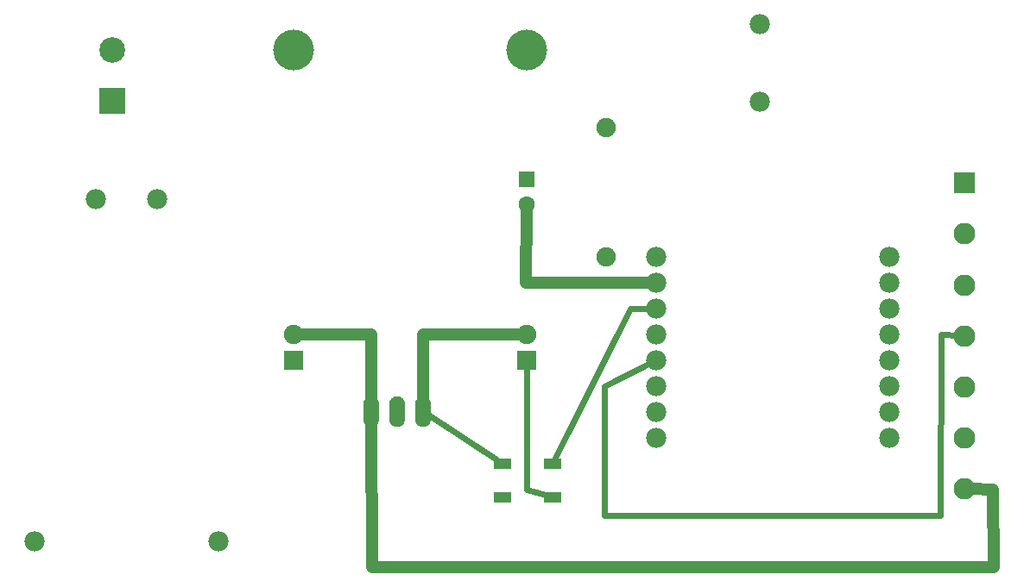
<source format=gtl>
G04 MADE WITH FRITZING*
G04 WWW.FRITZING.ORG*
G04 DOUBLE SIDED*
G04 HOLES PLATED*
G04 CONTOUR ON CENTER OF CONTOUR VECTOR*
%ASAXBY*%
%FSLAX23Y23*%
%MOIN*%
%OFA0B0*%
%SFA1.0B1.0*%
%ADD10C,0.078000*%
%ADD11C,0.157480*%
%ADD12C,0.053528*%
%ADD13C,0.075000*%
%ADD14C,0.062992*%
%ADD15C,0.077778*%
%ADD16C,0.083307*%
%ADD17C,0.099055*%
%ADD18R,0.067069X0.040236*%
%ADD19R,0.067069X0.040222*%
%ADD20R,0.067083X0.040236*%
%ADD21R,0.067056X0.040222*%
%ADD22R,0.075000X0.075000*%
%ADD23R,0.062992X0.062992*%
%ADD24R,0.083307X0.083307*%
%ADD25R,0.099055X0.099055*%
%ADD26C,0.048000*%
%ADD27C,0.024000*%
%ADD28R,0.001000X0.001000*%
%LNCOPPER1*%
G90*
G70*
G54D10*
X2996Y2237D03*
X2997Y2537D03*
X670Y1860D03*
X433Y1860D03*
X906Y537D03*
X197Y537D03*
G54D11*
X1197Y2437D03*
X2097Y2437D03*
G54D12*
X1497Y1037D03*
X1597Y1037D03*
X1697Y1037D03*
G54D13*
X1197Y1237D03*
X1197Y1337D03*
X2097Y1237D03*
X2097Y1337D03*
G54D14*
X2097Y1937D03*
X2097Y1838D03*
G54D13*
X2405Y1637D03*
X2405Y2137D03*
G54D15*
X3497Y937D03*
X3497Y1037D03*
X3497Y1137D03*
X3497Y1237D03*
X3497Y1337D03*
X3497Y1437D03*
X3497Y1537D03*
X3497Y1637D03*
X2597Y1637D03*
X2597Y1537D03*
X2597Y1437D03*
X2597Y1337D03*
X2597Y1237D03*
X2597Y1137D03*
X2597Y1037D03*
X2597Y937D03*
G54D16*
X3788Y1921D03*
X3788Y1724D03*
X3788Y1527D03*
X3788Y1330D03*
X3788Y1133D03*
X3788Y936D03*
X3788Y740D03*
G54D17*
X497Y2240D03*
X497Y2437D03*
G54D18*
X2197Y837D03*
G54D19*
X2197Y707D03*
G54D20*
X2004Y837D03*
G54D21*
X2004Y707D03*
G54D22*
X1197Y1237D03*
X2097Y1237D03*
G54D23*
X2097Y1937D03*
G54D24*
X3788Y1921D03*
G54D25*
X497Y2240D03*
G54D26*
X2097Y1823D02*
X2095Y1535D01*
D02*
X2095Y1535D02*
X2579Y1537D01*
D02*
X1698Y1337D02*
X2079Y1337D01*
D02*
X1496Y1337D02*
X1497Y1060D01*
D02*
X1214Y1337D02*
X1496Y1337D01*
D02*
X1697Y1060D02*
X1698Y1337D01*
G54D27*
D02*
X3697Y1337D02*
X3766Y1332D01*
D02*
X3695Y637D02*
X3697Y1337D01*
D02*
X2397Y637D02*
X3695Y637D01*
D02*
X2581Y1229D02*
X2397Y1135D01*
D02*
X2397Y1135D02*
X2397Y637D01*
D02*
X2498Y1437D02*
X2204Y851D01*
D02*
X2579Y1437D02*
X2498Y1437D01*
D02*
X1982Y851D02*
X1716Y1024D01*
D02*
X2098Y737D02*
X2169Y716D01*
D02*
X2097Y1219D02*
X2098Y737D01*
G54D26*
D02*
X3897Y737D02*
X3899Y437D01*
D02*
X1499Y437D02*
X1497Y1014D01*
D02*
X3899Y437D02*
X1499Y437D01*
D02*
X3809Y739D02*
X3897Y737D01*
G54D28*
X1490Y1096D02*
X1504Y1096D01*
X1590Y1096D02*
X1604Y1096D01*
X1690Y1096D02*
X1704Y1096D01*
X1487Y1095D02*
X1507Y1095D01*
X1587Y1095D02*
X1607Y1095D01*
X1687Y1095D02*
X1707Y1095D01*
X1485Y1094D02*
X1510Y1094D01*
X1585Y1094D02*
X1610Y1094D01*
X1684Y1094D02*
X1710Y1094D01*
X1483Y1093D02*
X1511Y1093D01*
X1583Y1093D02*
X1611Y1093D01*
X1683Y1093D02*
X1711Y1093D01*
X1481Y1092D02*
X1513Y1092D01*
X1581Y1092D02*
X1613Y1092D01*
X1681Y1092D02*
X1713Y1092D01*
X1480Y1091D02*
X1514Y1091D01*
X1580Y1091D02*
X1614Y1091D01*
X1680Y1091D02*
X1714Y1091D01*
X1478Y1090D02*
X1516Y1090D01*
X1578Y1090D02*
X1616Y1090D01*
X1678Y1090D02*
X1716Y1090D01*
X1477Y1089D02*
X1517Y1089D01*
X1577Y1089D02*
X1617Y1089D01*
X1677Y1089D02*
X1717Y1089D01*
X1476Y1088D02*
X1518Y1088D01*
X1576Y1088D02*
X1618Y1088D01*
X1676Y1088D02*
X1718Y1088D01*
X1475Y1087D02*
X1519Y1087D01*
X1575Y1087D02*
X1619Y1087D01*
X1675Y1087D02*
X1719Y1087D01*
X1474Y1086D02*
X1520Y1086D01*
X1574Y1086D02*
X1620Y1086D01*
X1674Y1086D02*
X1720Y1086D01*
X1474Y1085D02*
X1520Y1085D01*
X1574Y1085D02*
X1620Y1085D01*
X1674Y1085D02*
X1720Y1085D01*
X1473Y1084D02*
X1521Y1084D01*
X1573Y1084D02*
X1621Y1084D01*
X1673Y1084D02*
X1721Y1084D01*
X1472Y1083D02*
X1522Y1083D01*
X1572Y1083D02*
X1622Y1083D01*
X1672Y1083D02*
X1722Y1083D01*
X1472Y1082D02*
X1523Y1082D01*
X1572Y1082D02*
X1622Y1082D01*
X1672Y1082D02*
X1722Y1082D01*
X1471Y1081D02*
X1523Y1081D01*
X1571Y1081D02*
X1623Y1081D01*
X1671Y1081D02*
X1723Y1081D01*
X1471Y1080D02*
X1524Y1080D01*
X1571Y1080D02*
X1624Y1080D01*
X1671Y1080D02*
X1724Y1080D01*
X1470Y1079D02*
X1524Y1079D01*
X1570Y1079D02*
X1624Y1079D01*
X1670Y1079D02*
X1724Y1079D01*
X1470Y1078D02*
X1524Y1078D01*
X1570Y1078D02*
X1624Y1078D01*
X1670Y1078D02*
X1724Y1078D01*
X1469Y1077D02*
X1525Y1077D01*
X1569Y1077D02*
X1625Y1077D01*
X1669Y1077D02*
X1725Y1077D01*
X1469Y1076D02*
X1525Y1076D01*
X1569Y1076D02*
X1625Y1076D01*
X1669Y1076D02*
X1725Y1076D01*
X1469Y1075D02*
X1525Y1075D01*
X1569Y1075D02*
X1625Y1075D01*
X1669Y1075D02*
X1725Y1075D01*
X1468Y1074D02*
X1526Y1074D01*
X1568Y1074D02*
X1626Y1074D01*
X1668Y1074D02*
X1726Y1074D01*
X1468Y1073D02*
X1526Y1073D01*
X1568Y1073D02*
X1626Y1073D01*
X1668Y1073D02*
X1726Y1073D01*
X1468Y1072D02*
X1526Y1072D01*
X1568Y1072D02*
X1626Y1072D01*
X1668Y1072D02*
X1726Y1072D01*
X1468Y1071D02*
X1526Y1071D01*
X1568Y1071D02*
X1626Y1071D01*
X1668Y1071D02*
X1726Y1071D01*
X1468Y1070D02*
X1526Y1070D01*
X1568Y1070D02*
X1626Y1070D01*
X1668Y1070D02*
X1726Y1070D01*
X1468Y1069D02*
X1526Y1069D01*
X1568Y1069D02*
X1626Y1069D01*
X1668Y1069D02*
X1726Y1069D01*
X1468Y1068D02*
X1526Y1068D01*
X1568Y1068D02*
X1626Y1068D01*
X1668Y1068D02*
X1726Y1068D01*
X1468Y1067D02*
X1527Y1067D01*
X1568Y1067D02*
X1626Y1067D01*
X1668Y1067D02*
X1726Y1067D01*
X1468Y1066D02*
X1527Y1066D01*
X1568Y1066D02*
X1627Y1066D01*
X1668Y1066D02*
X1727Y1066D01*
X1468Y1065D02*
X1527Y1065D01*
X1568Y1065D02*
X1627Y1065D01*
X1668Y1065D02*
X1727Y1065D01*
X1468Y1064D02*
X1527Y1064D01*
X1568Y1064D02*
X1627Y1064D01*
X1668Y1064D02*
X1727Y1064D01*
X1468Y1063D02*
X1527Y1063D01*
X1568Y1063D02*
X1627Y1063D01*
X1668Y1063D02*
X1727Y1063D01*
X1468Y1062D02*
X1527Y1062D01*
X1568Y1062D02*
X1627Y1062D01*
X1668Y1062D02*
X1727Y1062D01*
X1468Y1061D02*
X1527Y1061D01*
X1568Y1061D02*
X1627Y1061D01*
X1668Y1061D02*
X1727Y1061D01*
X1468Y1060D02*
X1527Y1060D01*
X1568Y1060D02*
X1627Y1060D01*
X1668Y1060D02*
X1727Y1060D01*
X1468Y1059D02*
X1527Y1059D01*
X1568Y1059D02*
X1627Y1059D01*
X1668Y1059D02*
X1727Y1059D01*
X1468Y1058D02*
X1527Y1058D01*
X1568Y1058D02*
X1627Y1058D01*
X1668Y1058D02*
X1727Y1058D01*
X1468Y1057D02*
X1527Y1057D01*
X1568Y1057D02*
X1627Y1057D01*
X1668Y1057D02*
X1727Y1057D01*
X1468Y1056D02*
X1491Y1056D01*
X1503Y1056D02*
X1527Y1056D01*
X1568Y1056D02*
X1591Y1056D01*
X1603Y1056D02*
X1627Y1056D01*
X1668Y1056D02*
X1691Y1056D01*
X1703Y1056D02*
X1727Y1056D01*
X1468Y1055D02*
X1488Y1055D01*
X1506Y1055D02*
X1527Y1055D01*
X1568Y1055D02*
X1588Y1055D01*
X1606Y1055D02*
X1627Y1055D01*
X1668Y1055D02*
X1688Y1055D01*
X1706Y1055D02*
X1727Y1055D01*
X1468Y1054D02*
X1486Y1054D01*
X1508Y1054D02*
X1527Y1054D01*
X1568Y1054D02*
X1586Y1054D01*
X1608Y1054D02*
X1627Y1054D01*
X1668Y1054D02*
X1686Y1054D01*
X1708Y1054D02*
X1727Y1054D01*
X1468Y1053D02*
X1485Y1053D01*
X1509Y1053D02*
X1527Y1053D01*
X1568Y1053D02*
X1585Y1053D01*
X1609Y1053D02*
X1627Y1053D01*
X1668Y1053D02*
X1685Y1053D01*
X1709Y1053D02*
X1727Y1053D01*
X1468Y1052D02*
X1483Y1052D01*
X1511Y1052D02*
X1527Y1052D01*
X1568Y1052D02*
X1583Y1052D01*
X1611Y1052D02*
X1627Y1052D01*
X1668Y1052D02*
X1683Y1052D01*
X1711Y1052D02*
X1727Y1052D01*
X1468Y1051D02*
X1482Y1051D01*
X1512Y1051D02*
X1527Y1051D01*
X1568Y1051D02*
X1582Y1051D01*
X1612Y1051D02*
X1627Y1051D01*
X1668Y1051D02*
X1682Y1051D01*
X1712Y1051D02*
X1727Y1051D01*
X1468Y1050D02*
X1481Y1050D01*
X1513Y1050D02*
X1527Y1050D01*
X1568Y1050D02*
X1581Y1050D01*
X1613Y1050D02*
X1627Y1050D01*
X1668Y1050D02*
X1681Y1050D01*
X1713Y1050D02*
X1727Y1050D01*
X1468Y1049D02*
X1481Y1049D01*
X1513Y1049D02*
X1527Y1049D01*
X1568Y1049D02*
X1581Y1049D01*
X1613Y1049D02*
X1627Y1049D01*
X1668Y1049D02*
X1681Y1049D01*
X1713Y1049D02*
X1727Y1049D01*
X1468Y1048D02*
X1480Y1048D01*
X1514Y1048D02*
X1527Y1048D01*
X1568Y1048D02*
X1580Y1048D01*
X1614Y1048D02*
X1627Y1048D01*
X1668Y1048D02*
X1680Y1048D01*
X1714Y1048D02*
X1727Y1048D01*
X1468Y1047D02*
X1479Y1047D01*
X1515Y1047D02*
X1527Y1047D01*
X1568Y1047D02*
X1579Y1047D01*
X1615Y1047D02*
X1627Y1047D01*
X1668Y1047D02*
X1679Y1047D01*
X1715Y1047D02*
X1727Y1047D01*
X1468Y1046D02*
X1479Y1046D01*
X1515Y1046D02*
X1527Y1046D01*
X1568Y1046D02*
X1579Y1046D01*
X1615Y1046D02*
X1627Y1046D01*
X1668Y1046D02*
X1679Y1046D01*
X1715Y1046D02*
X1727Y1046D01*
X1468Y1045D02*
X1478Y1045D01*
X1516Y1045D02*
X1527Y1045D01*
X1568Y1045D02*
X1578Y1045D01*
X1616Y1045D02*
X1627Y1045D01*
X1668Y1045D02*
X1678Y1045D01*
X1716Y1045D02*
X1727Y1045D01*
X1468Y1044D02*
X1478Y1044D01*
X1516Y1044D02*
X1527Y1044D01*
X1568Y1044D02*
X1578Y1044D01*
X1616Y1044D02*
X1627Y1044D01*
X1668Y1044D02*
X1678Y1044D01*
X1716Y1044D02*
X1727Y1044D01*
X1468Y1043D02*
X1478Y1043D01*
X1517Y1043D02*
X1527Y1043D01*
X1568Y1043D02*
X1578Y1043D01*
X1616Y1043D02*
X1627Y1043D01*
X1668Y1043D02*
X1678Y1043D01*
X1716Y1043D02*
X1727Y1043D01*
X1468Y1042D02*
X1477Y1042D01*
X1517Y1042D02*
X1527Y1042D01*
X1568Y1042D02*
X1577Y1042D01*
X1617Y1042D02*
X1627Y1042D01*
X1668Y1042D02*
X1677Y1042D01*
X1717Y1042D02*
X1727Y1042D01*
X1468Y1041D02*
X1477Y1041D01*
X1517Y1041D02*
X1527Y1041D01*
X1568Y1041D02*
X1577Y1041D01*
X1617Y1041D02*
X1627Y1041D01*
X1668Y1041D02*
X1677Y1041D01*
X1717Y1041D02*
X1727Y1041D01*
X1468Y1040D02*
X1477Y1040D01*
X1517Y1040D02*
X1527Y1040D01*
X1568Y1040D02*
X1577Y1040D01*
X1617Y1040D02*
X1627Y1040D01*
X1668Y1040D02*
X1677Y1040D01*
X1717Y1040D02*
X1727Y1040D01*
X1468Y1039D02*
X1477Y1039D01*
X1517Y1039D02*
X1527Y1039D01*
X1568Y1039D02*
X1577Y1039D01*
X1617Y1039D02*
X1627Y1039D01*
X1668Y1039D02*
X1677Y1039D01*
X1717Y1039D02*
X1727Y1039D01*
X1468Y1038D02*
X1477Y1038D01*
X1517Y1038D02*
X1527Y1038D01*
X1568Y1038D02*
X1577Y1038D01*
X1617Y1038D02*
X1627Y1038D01*
X1668Y1038D02*
X1677Y1038D01*
X1717Y1038D02*
X1727Y1038D01*
X1468Y1037D02*
X1477Y1037D01*
X1518Y1037D02*
X1527Y1037D01*
X1568Y1037D02*
X1577Y1037D01*
X1617Y1037D02*
X1627Y1037D01*
X1668Y1037D02*
X1677Y1037D01*
X1717Y1037D02*
X1727Y1037D01*
X1468Y1036D02*
X1477Y1036D01*
X1517Y1036D02*
X1527Y1036D01*
X1568Y1036D02*
X1577Y1036D01*
X1617Y1036D02*
X1627Y1036D01*
X1668Y1036D02*
X1677Y1036D01*
X1717Y1036D02*
X1727Y1036D01*
X1468Y1035D02*
X1477Y1035D01*
X1517Y1035D02*
X1527Y1035D01*
X1568Y1035D02*
X1577Y1035D01*
X1617Y1035D02*
X1627Y1035D01*
X1668Y1035D02*
X1677Y1035D01*
X1717Y1035D02*
X1727Y1035D01*
X1468Y1034D02*
X1477Y1034D01*
X1517Y1034D02*
X1527Y1034D01*
X1568Y1034D02*
X1577Y1034D01*
X1617Y1034D02*
X1627Y1034D01*
X1668Y1034D02*
X1677Y1034D01*
X1717Y1034D02*
X1727Y1034D01*
X1468Y1033D02*
X1477Y1033D01*
X1517Y1033D02*
X1527Y1033D01*
X1568Y1033D02*
X1577Y1033D01*
X1617Y1033D02*
X1627Y1033D01*
X1668Y1033D02*
X1677Y1033D01*
X1717Y1033D02*
X1727Y1033D01*
X1468Y1032D02*
X1477Y1032D01*
X1517Y1032D02*
X1527Y1032D01*
X1568Y1032D02*
X1577Y1032D01*
X1617Y1032D02*
X1627Y1032D01*
X1668Y1032D02*
X1677Y1032D01*
X1717Y1032D02*
X1727Y1032D01*
X1468Y1031D02*
X1478Y1031D01*
X1517Y1031D02*
X1527Y1031D01*
X1568Y1031D02*
X1578Y1031D01*
X1616Y1031D02*
X1627Y1031D01*
X1668Y1031D02*
X1678Y1031D01*
X1716Y1031D02*
X1727Y1031D01*
X1468Y1030D02*
X1478Y1030D01*
X1516Y1030D02*
X1527Y1030D01*
X1568Y1030D02*
X1578Y1030D01*
X1616Y1030D02*
X1627Y1030D01*
X1668Y1030D02*
X1678Y1030D01*
X1716Y1030D02*
X1727Y1030D01*
X1468Y1029D02*
X1478Y1029D01*
X1516Y1029D02*
X1527Y1029D01*
X1568Y1029D02*
X1578Y1029D01*
X1616Y1029D02*
X1627Y1029D01*
X1668Y1029D02*
X1678Y1029D01*
X1716Y1029D02*
X1727Y1029D01*
X1468Y1028D02*
X1479Y1028D01*
X1515Y1028D02*
X1527Y1028D01*
X1568Y1028D02*
X1579Y1028D01*
X1615Y1028D02*
X1627Y1028D01*
X1668Y1028D02*
X1679Y1028D01*
X1715Y1028D02*
X1727Y1028D01*
X1468Y1027D02*
X1479Y1027D01*
X1515Y1027D02*
X1527Y1027D01*
X1568Y1027D02*
X1579Y1027D01*
X1615Y1027D02*
X1627Y1027D01*
X1668Y1027D02*
X1679Y1027D01*
X1715Y1027D02*
X1727Y1027D01*
X1468Y1026D02*
X1480Y1026D01*
X1514Y1026D02*
X1527Y1026D01*
X1568Y1026D02*
X1580Y1026D01*
X1614Y1026D02*
X1627Y1026D01*
X1668Y1026D02*
X1680Y1026D01*
X1714Y1026D02*
X1727Y1026D01*
X1468Y1025D02*
X1481Y1025D01*
X1513Y1025D02*
X1527Y1025D01*
X1568Y1025D02*
X1581Y1025D01*
X1613Y1025D02*
X1627Y1025D01*
X1668Y1025D02*
X1681Y1025D01*
X1713Y1025D02*
X1727Y1025D01*
X1468Y1024D02*
X1481Y1024D01*
X1513Y1024D02*
X1527Y1024D01*
X1568Y1024D02*
X1581Y1024D01*
X1613Y1024D02*
X1627Y1024D01*
X1668Y1024D02*
X1681Y1024D01*
X1713Y1024D02*
X1727Y1024D01*
X1468Y1023D02*
X1482Y1023D01*
X1512Y1023D02*
X1527Y1023D01*
X1568Y1023D02*
X1582Y1023D01*
X1612Y1023D02*
X1627Y1023D01*
X1668Y1023D02*
X1682Y1023D01*
X1712Y1023D02*
X1727Y1023D01*
X1468Y1022D02*
X1483Y1022D01*
X1511Y1022D02*
X1527Y1022D01*
X1568Y1022D02*
X1583Y1022D01*
X1611Y1022D02*
X1627Y1022D01*
X1668Y1022D02*
X1683Y1022D01*
X1711Y1022D02*
X1727Y1022D01*
X1468Y1021D02*
X1485Y1021D01*
X1509Y1021D02*
X1527Y1021D01*
X1568Y1021D02*
X1585Y1021D01*
X1609Y1021D02*
X1627Y1021D01*
X1668Y1021D02*
X1685Y1021D01*
X1709Y1021D02*
X1727Y1021D01*
X1468Y1020D02*
X1486Y1020D01*
X1508Y1020D02*
X1527Y1020D01*
X1568Y1020D02*
X1586Y1020D01*
X1608Y1020D02*
X1627Y1020D01*
X1668Y1020D02*
X1686Y1020D01*
X1708Y1020D02*
X1727Y1020D01*
X1468Y1019D02*
X1488Y1019D01*
X1506Y1019D02*
X1527Y1019D01*
X1568Y1019D02*
X1588Y1019D01*
X1606Y1019D02*
X1627Y1019D01*
X1668Y1019D02*
X1688Y1019D01*
X1706Y1019D02*
X1727Y1019D01*
X1468Y1018D02*
X1491Y1018D01*
X1503Y1018D02*
X1527Y1018D01*
X1568Y1018D02*
X1591Y1018D01*
X1603Y1018D02*
X1627Y1018D01*
X1668Y1018D02*
X1691Y1018D01*
X1703Y1018D02*
X1727Y1018D01*
X1468Y1017D02*
X1527Y1017D01*
X1568Y1017D02*
X1627Y1017D01*
X1668Y1017D02*
X1727Y1017D01*
X1468Y1016D02*
X1527Y1016D01*
X1568Y1016D02*
X1627Y1016D01*
X1668Y1016D02*
X1727Y1016D01*
X1468Y1015D02*
X1527Y1015D01*
X1568Y1015D02*
X1627Y1015D01*
X1668Y1015D02*
X1727Y1015D01*
X1468Y1014D02*
X1527Y1014D01*
X1568Y1014D02*
X1627Y1014D01*
X1668Y1014D02*
X1727Y1014D01*
X1468Y1013D02*
X1527Y1013D01*
X1568Y1013D02*
X1627Y1013D01*
X1668Y1013D02*
X1727Y1013D01*
X1468Y1012D02*
X1527Y1012D01*
X1568Y1012D02*
X1627Y1012D01*
X1668Y1012D02*
X1727Y1012D01*
X1468Y1011D02*
X1527Y1011D01*
X1568Y1011D02*
X1627Y1011D01*
X1668Y1011D02*
X1727Y1011D01*
X1468Y1010D02*
X1527Y1010D01*
X1568Y1010D02*
X1627Y1010D01*
X1668Y1010D02*
X1727Y1010D01*
X1468Y1009D02*
X1527Y1009D01*
X1568Y1009D02*
X1627Y1009D01*
X1668Y1009D02*
X1727Y1009D01*
X1468Y1008D02*
X1527Y1008D01*
X1568Y1008D02*
X1627Y1008D01*
X1668Y1008D02*
X1727Y1008D01*
X1468Y1007D02*
X1527Y1007D01*
X1568Y1007D02*
X1626Y1007D01*
X1668Y1007D02*
X1726Y1007D01*
X1468Y1006D02*
X1526Y1006D01*
X1568Y1006D02*
X1626Y1006D01*
X1668Y1006D02*
X1726Y1006D01*
X1468Y1005D02*
X1526Y1005D01*
X1568Y1005D02*
X1626Y1005D01*
X1668Y1005D02*
X1726Y1005D01*
X1468Y1004D02*
X1526Y1004D01*
X1568Y1004D02*
X1626Y1004D01*
X1668Y1004D02*
X1726Y1004D01*
X1468Y1003D02*
X1526Y1003D01*
X1568Y1003D02*
X1626Y1003D01*
X1668Y1003D02*
X1726Y1003D01*
X1468Y1002D02*
X1526Y1002D01*
X1568Y1002D02*
X1626Y1002D01*
X1668Y1002D02*
X1726Y1002D01*
X1468Y1001D02*
X1526Y1001D01*
X1568Y1001D02*
X1626Y1001D01*
X1668Y1001D02*
X1726Y1001D01*
X1468Y1000D02*
X1526Y1000D01*
X1568Y1000D02*
X1626Y1000D01*
X1668Y1000D02*
X1726Y1000D01*
X1469Y999D02*
X1525Y999D01*
X1569Y999D02*
X1625Y999D01*
X1669Y999D02*
X1725Y999D01*
X1469Y998D02*
X1525Y998D01*
X1569Y998D02*
X1625Y998D01*
X1669Y998D02*
X1725Y998D01*
X1469Y997D02*
X1525Y997D01*
X1569Y997D02*
X1625Y997D01*
X1669Y997D02*
X1725Y997D01*
X1470Y996D02*
X1524Y996D01*
X1570Y996D02*
X1624Y996D01*
X1670Y996D02*
X1724Y996D01*
X1470Y995D02*
X1524Y995D01*
X1570Y995D02*
X1624Y995D01*
X1670Y995D02*
X1724Y995D01*
X1471Y994D02*
X1524Y994D01*
X1571Y994D02*
X1623Y994D01*
X1671Y994D02*
X1723Y994D01*
X1471Y993D02*
X1523Y993D01*
X1571Y993D02*
X1623Y993D01*
X1671Y993D02*
X1723Y993D01*
X1472Y992D02*
X1522Y992D01*
X1572Y992D02*
X1622Y992D01*
X1672Y992D02*
X1722Y992D01*
X1472Y991D02*
X1522Y991D01*
X1572Y991D02*
X1622Y991D01*
X1672Y991D02*
X1722Y991D01*
X1473Y990D02*
X1521Y990D01*
X1573Y990D02*
X1621Y990D01*
X1673Y990D02*
X1721Y990D01*
X1474Y989D02*
X1520Y989D01*
X1574Y989D02*
X1620Y989D01*
X1674Y989D02*
X1720Y989D01*
X1474Y988D02*
X1520Y988D01*
X1574Y988D02*
X1620Y988D01*
X1674Y988D02*
X1720Y988D01*
X1475Y987D02*
X1519Y987D01*
X1575Y987D02*
X1619Y987D01*
X1675Y987D02*
X1719Y987D01*
X1476Y986D02*
X1518Y986D01*
X1576Y986D02*
X1618Y986D01*
X1676Y986D02*
X1718Y986D01*
X1477Y985D02*
X1517Y985D01*
X1577Y985D02*
X1617Y985D01*
X1677Y985D02*
X1717Y985D01*
X1478Y984D02*
X1516Y984D01*
X1578Y984D02*
X1616Y984D01*
X1678Y984D02*
X1716Y984D01*
X1480Y983D02*
X1514Y983D01*
X1580Y983D02*
X1614Y983D01*
X1680Y983D02*
X1714Y983D01*
X1481Y982D02*
X1513Y982D01*
X1581Y982D02*
X1613Y982D01*
X1681Y982D02*
X1713Y982D01*
X1483Y981D02*
X1511Y981D01*
X1583Y981D02*
X1611Y981D01*
X1683Y981D02*
X1711Y981D01*
X1485Y980D02*
X1509Y980D01*
X1585Y980D02*
X1609Y980D01*
X1685Y980D02*
X1709Y980D01*
X1487Y979D02*
X1507Y979D01*
X1587Y979D02*
X1607Y979D01*
X1687Y979D02*
X1707Y979D01*
X1490Y978D02*
X1504Y978D01*
X1590Y978D02*
X1604Y978D01*
X1690Y978D02*
X1704Y978D01*
D02*
G04 End of Copper1*
M02*
</source>
